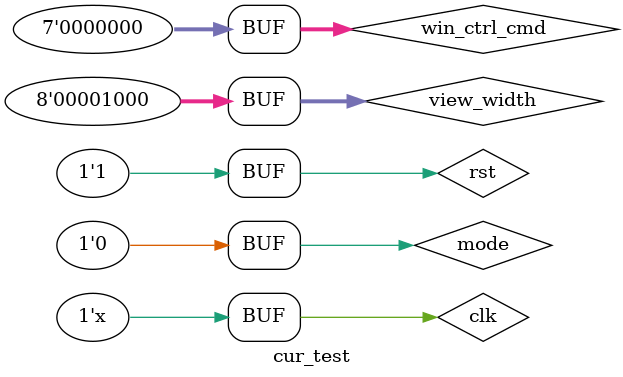
<source format=v>
`timescale 1ns / 1ps


module cur_test;

	// Inputs
	reg clk;
	reg rst;
	reg mode;
	reg [6:0] win_ctrl_cmd;
	reg [7:0] view_width;

	// Outputs
	wire [3:0] win_x;
	wire [3:0] win_y;
	wire [3:0] cur_x;
	wire [3:0] cur_y;

	// Instantiate the Unit Under Test (UUT)
	cursor_ctrl uut (
		.clk(clk), 
		.rst(rst), 
		.mode(mode), 
		.win_ctrl_cmd(win_ctrl_cmd), 
		.win_x(win_x), 
		.win_y(win_y), 
		.cur_x(cur_x), 
		.cur_y(cur_y), 
		.view_width(view_width)
	);

	initial begin
		// Initialize Inputs
		clk = 0;
		rst = 0;
		mode = 0;
		win_ctrl_cmd = 0;
		view_width = 8;

		// Wait 100 ns for global reset to finish
		#100;
		rst = 1;
		win_ctrl_cmd[3] = 1;
		# 20;
		win_ctrl_cmd[3] = 0;
		#20;
		win_ctrl_cmd[4] = 1;
		#20;
		win_ctrl_cmd[4] = 0;
        
		// Add stimulus here

	end
	always begin
		clk = ~clk;#20;
	end
      
endmodule


</source>
